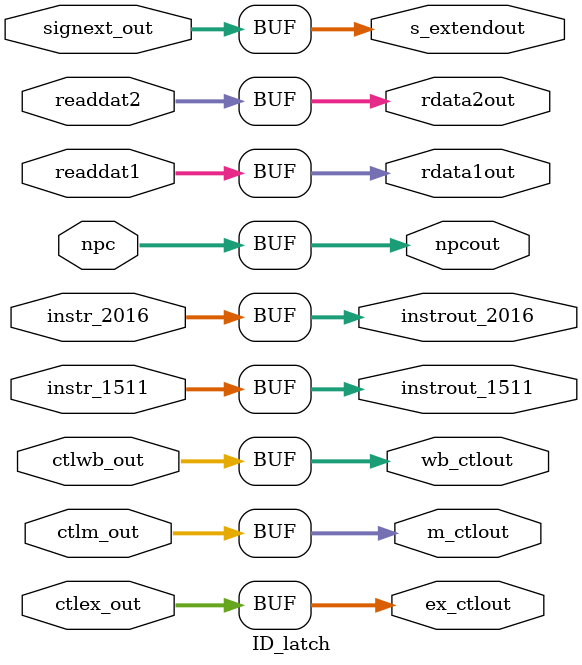
<source format=v>
`timescale 1ns / 1ps

//////////////////////////////////////////////////////////////////////////////////

module ID_latch (
        input[1:0]  ctlwb_out,
        input[2:0]  ctlm_out,
        input[3:0]  ctlex_out,
        input[31:0] npc,
        input[31:0] readdat1,
        input[31:0] readdat2,                    
        input[31:0] signext_out,                    
        input[4:0]  instr_2016,
        input[4:0]  instr_1511,

        output reg[1:0]  wb_ctlout,
        output reg[2:0]  m_ctlout,
		  output reg[3:0]  ex_ctlout,
        output reg[31:0] npcout,
        output reg[31:0] rdata1out,
        output reg[31:0] rdata2out,
        output reg[31:0] s_extendout,
        output reg[4:0]  instrout_2016,
        output reg[4:0]  instrout_1511
    );

  

    initial begin
	 
	 wb_ctlout <= 0;
    m_ctlout  <= 0;
	 ex_ctlout <= 0;
    npcout    <= 0;
    rdata1out <= 0;
    rdata2out <= 0;
    s_extendout<= 0;
    instrout_2016 <= 0;
    instrout_1511 <= 0; 
	 end 
	 always @*
     begin
     #5  // clock cycle of the latch
         wb_ctlout <= ctlwb_out;
			m_ctlout  <= ctlm_out;
			ex_ctlout <= ctlex_out;
			npcout    <= npc;
			rdata1out <= readdat1;
			rdata2out <= readdat2;
			s_extendout<= signext_out;
			instrout_2016 <= instr_2016;
			instrout_1511 <= instr_1511; 
     end
endmodule 
</source>
